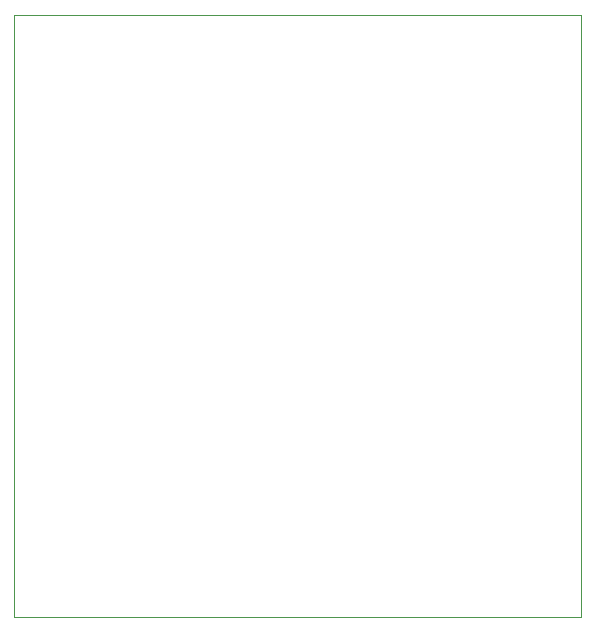
<source format=gbr>
G04*
G04 #@! TF.GenerationSoftware,Altium Limited,Altium Designer,25.8.1 (18)*
G04*
G04 Layer_Color=0*
%FSLAX25Y25*%
%MOIN*%
G70*
G04*
G04 #@! TF.SameCoordinates,8EC05070-4222-424C-B7D2-10FEA1704A48*
G04*
G04*
G04 #@! TF.FilePolarity,Positive*
G04*
G01*
G75*
%ADD25C,0.00100*%
D25*
X318000Y280500D02*
Y481000D01*
X507000D01*
X507000Y280500D01*
X318000D01*
M02*

</source>
